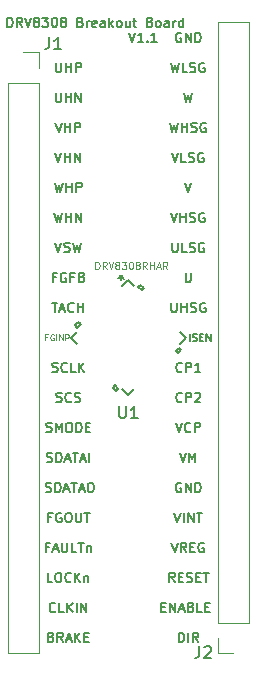
<source format=gto>
G04 #@! TF.GenerationSoftware,KiCad,Pcbnew,(5.0.0)*
G04 #@! TF.CreationDate,2018-10-12T19:52:20-04:00*
G04 #@! TF.ProjectId,DRV8308_BreakoutBoard,445256383330385F427265616B6F7574,rev?*
G04 #@! TF.SameCoordinates,Original*
G04 #@! TF.FileFunction,Legend,Top*
G04 #@! TF.FilePolarity,Positive*
%FSLAX46Y46*%
G04 Gerber Fmt 4.6, Leading zero omitted, Abs format (unit mm)*
G04 Created by KiCad (PCBNEW (5.0.0)) date 10/12/18 19:52:20*
%MOMM*%
%LPD*%
G01*
G04 APERTURE LIST*
%ADD10C,0.200000*%
%ADD11C,0.150000*%
%ADD12C,0.125000*%
%ADD13C,0.152400*%
%ADD14C,0.120000*%
G04 APERTURE END LIST*
D10*
X148640952Y-73221904D02*
X148907619Y-74021904D01*
X149174285Y-73221904D01*
X149860000Y-74021904D02*
X149402857Y-74021904D01*
X149631428Y-74021904D02*
X149631428Y-73221904D01*
X149555238Y-73336190D01*
X149479047Y-73412380D01*
X149402857Y-73450476D01*
X150202857Y-73945714D02*
X150240952Y-73983809D01*
X150202857Y-74021904D01*
X150164761Y-73983809D01*
X150202857Y-73945714D01*
X150202857Y-74021904D01*
X151002857Y-74021904D02*
X150545714Y-74021904D01*
X150774285Y-74021904D02*
X150774285Y-73221904D01*
X150698095Y-73336190D01*
X150621904Y-73412380D01*
X150545714Y-73450476D01*
X138348380Y-72751904D02*
X138348380Y-71951904D01*
X138538857Y-71951904D01*
X138653142Y-71990000D01*
X138729333Y-72066190D01*
X138767428Y-72142380D01*
X138805523Y-72294761D01*
X138805523Y-72409047D01*
X138767428Y-72561428D01*
X138729333Y-72637619D01*
X138653142Y-72713809D01*
X138538857Y-72751904D01*
X138348380Y-72751904D01*
X139605523Y-72751904D02*
X139338857Y-72370952D01*
X139148380Y-72751904D02*
X139148380Y-71951904D01*
X139453142Y-71951904D01*
X139529333Y-71990000D01*
X139567428Y-72028095D01*
X139605523Y-72104285D01*
X139605523Y-72218571D01*
X139567428Y-72294761D01*
X139529333Y-72332857D01*
X139453142Y-72370952D01*
X139148380Y-72370952D01*
X139834095Y-71951904D02*
X140100761Y-72751904D01*
X140367428Y-71951904D01*
X140748380Y-72294761D02*
X140672190Y-72256666D01*
X140634095Y-72218571D01*
X140595999Y-72142380D01*
X140595999Y-72104285D01*
X140634095Y-72028095D01*
X140672190Y-71990000D01*
X140748380Y-71951904D01*
X140900761Y-71951904D01*
X140976952Y-71990000D01*
X141015047Y-72028095D01*
X141053142Y-72104285D01*
X141053142Y-72142380D01*
X141015047Y-72218571D01*
X140976952Y-72256666D01*
X140900761Y-72294761D01*
X140748380Y-72294761D01*
X140672190Y-72332857D01*
X140634095Y-72370952D01*
X140595999Y-72447142D01*
X140595999Y-72599523D01*
X140634095Y-72675714D01*
X140672190Y-72713809D01*
X140748380Y-72751904D01*
X140900761Y-72751904D01*
X140976952Y-72713809D01*
X141015047Y-72675714D01*
X141053142Y-72599523D01*
X141053142Y-72447142D01*
X141015047Y-72370952D01*
X140976952Y-72332857D01*
X140900761Y-72294761D01*
X141319809Y-71951904D02*
X141815047Y-71951904D01*
X141548380Y-72256666D01*
X141662666Y-72256666D01*
X141738857Y-72294761D01*
X141776952Y-72332857D01*
X141815047Y-72409047D01*
X141815047Y-72599523D01*
X141776952Y-72675714D01*
X141738857Y-72713809D01*
X141662666Y-72751904D01*
X141434095Y-72751904D01*
X141357904Y-72713809D01*
X141319809Y-72675714D01*
X142310285Y-71951904D02*
X142386476Y-71951904D01*
X142462666Y-71990000D01*
X142500761Y-72028095D01*
X142538857Y-72104285D01*
X142576952Y-72256666D01*
X142576952Y-72447142D01*
X142538857Y-72599523D01*
X142500761Y-72675714D01*
X142462666Y-72713809D01*
X142386476Y-72751904D01*
X142310285Y-72751904D01*
X142234095Y-72713809D01*
X142195999Y-72675714D01*
X142157904Y-72599523D01*
X142119809Y-72447142D01*
X142119809Y-72256666D01*
X142157904Y-72104285D01*
X142195999Y-72028095D01*
X142234095Y-71990000D01*
X142310285Y-71951904D01*
X143034095Y-72294761D02*
X142957904Y-72256666D01*
X142919809Y-72218571D01*
X142881714Y-72142380D01*
X142881714Y-72104285D01*
X142919809Y-72028095D01*
X142957904Y-71990000D01*
X143034095Y-71951904D01*
X143186476Y-71951904D01*
X143262666Y-71990000D01*
X143300761Y-72028095D01*
X143338857Y-72104285D01*
X143338857Y-72142380D01*
X143300761Y-72218571D01*
X143262666Y-72256666D01*
X143186476Y-72294761D01*
X143034095Y-72294761D01*
X142957904Y-72332857D01*
X142919809Y-72370952D01*
X142881714Y-72447142D01*
X142881714Y-72599523D01*
X142919809Y-72675714D01*
X142957904Y-72713809D01*
X143034095Y-72751904D01*
X143186476Y-72751904D01*
X143262666Y-72713809D01*
X143300761Y-72675714D01*
X143338857Y-72599523D01*
X143338857Y-72447142D01*
X143300761Y-72370952D01*
X143262666Y-72332857D01*
X143186476Y-72294761D01*
X144557904Y-72332857D02*
X144672190Y-72370952D01*
X144710285Y-72409047D01*
X144748380Y-72485238D01*
X144748380Y-72599523D01*
X144710285Y-72675714D01*
X144672190Y-72713809D01*
X144596000Y-72751904D01*
X144291238Y-72751904D01*
X144291238Y-71951904D01*
X144557904Y-71951904D01*
X144634095Y-71990000D01*
X144672190Y-72028095D01*
X144710285Y-72104285D01*
X144710285Y-72180476D01*
X144672190Y-72256666D01*
X144634095Y-72294761D01*
X144557904Y-72332857D01*
X144291238Y-72332857D01*
X145091238Y-72751904D02*
X145091238Y-72218571D01*
X145091238Y-72370952D02*
X145129333Y-72294761D01*
X145167428Y-72256666D01*
X145243619Y-72218571D01*
X145319809Y-72218571D01*
X145891238Y-72713809D02*
X145815047Y-72751904D01*
X145662666Y-72751904D01*
X145586476Y-72713809D01*
X145548380Y-72637619D01*
X145548380Y-72332857D01*
X145586476Y-72256666D01*
X145662666Y-72218571D01*
X145815047Y-72218571D01*
X145891238Y-72256666D01*
X145929333Y-72332857D01*
X145929333Y-72409047D01*
X145548380Y-72485238D01*
X146615047Y-72751904D02*
X146615047Y-72332857D01*
X146576952Y-72256666D01*
X146500761Y-72218571D01*
X146348380Y-72218571D01*
X146272190Y-72256666D01*
X146615047Y-72713809D02*
X146538857Y-72751904D01*
X146348380Y-72751904D01*
X146272190Y-72713809D01*
X146234095Y-72637619D01*
X146234095Y-72561428D01*
X146272190Y-72485238D01*
X146348380Y-72447142D01*
X146538857Y-72447142D01*
X146615047Y-72409047D01*
X146996000Y-72751904D02*
X146996000Y-71951904D01*
X147072190Y-72447142D02*
X147300761Y-72751904D01*
X147300761Y-72218571D02*
X146996000Y-72523333D01*
X147757904Y-72751904D02*
X147681714Y-72713809D01*
X147643619Y-72675714D01*
X147605523Y-72599523D01*
X147605523Y-72370952D01*
X147643619Y-72294761D01*
X147681714Y-72256666D01*
X147757904Y-72218571D01*
X147872190Y-72218571D01*
X147948380Y-72256666D01*
X147986476Y-72294761D01*
X148024571Y-72370952D01*
X148024571Y-72599523D01*
X147986476Y-72675714D01*
X147948380Y-72713809D01*
X147872190Y-72751904D01*
X147757904Y-72751904D01*
X148710285Y-72218571D02*
X148710285Y-72751904D01*
X148367428Y-72218571D02*
X148367428Y-72637619D01*
X148405523Y-72713809D01*
X148481714Y-72751904D01*
X148596000Y-72751904D01*
X148672190Y-72713809D01*
X148710285Y-72675714D01*
X148976952Y-72218571D02*
X149281714Y-72218571D01*
X149091238Y-71951904D02*
X149091238Y-72637619D01*
X149129333Y-72713809D01*
X149205523Y-72751904D01*
X149281714Y-72751904D01*
X150424571Y-72332857D02*
X150538857Y-72370952D01*
X150576952Y-72409047D01*
X150615047Y-72485238D01*
X150615047Y-72599523D01*
X150576952Y-72675714D01*
X150538857Y-72713809D01*
X150462666Y-72751904D01*
X150157904Y-72751904D01*
X150157904Y-71951904D01*
X150424571Y-71951904D01*
X150500761Y-71990000D01*
X150538857Y-72028095D01*
X150576952Y-72104285D01*
X150576952Y-72180476D01*
X150538857Y-72256666D01*
X150500761Y-72294761D01*
X150424571Y-72332857D01*
X150157904Y-72332857D01*
X151072190Y-72751904D02*
X150996000Y-72713809D01*
X150957904Y-72675714D01*
X150919809Y-72599523D01*
X150919809Y-72370952D01*
X150957904Y-72294761D01*
X150996000Y-72256666D01*
X151072190Y-72218571D01*
X151186476Y-72218571D01*
X151262666Y-72256666D01*
X151300761Y-72294761D01*
X151338857Y-72370952D01*
X151338857Y-72599523D01*
X151300761Y-72675714D01*
X151262666Y-72713809D01*
X151186476Y-72751904D01*
X151072190Y-72751904D01*
X152024571Y-72751904D02*
X152024571Y-72332857D01*
X151986476Y-72256666D01*
X151910285Y-72218571D01*
X151757904Y-72218571D01*
X151681714Y-72256666D01*
X152024571Y-72713809D02*
X151948380Y-72751904D01*
X151757904Y-72751904D01*
X151681714Y-72713809D01*
X151643619Y-72637619D01*
X151643619Y-72561428D01*
X151681714Y-72485238D01*
X151757904Y-72447142D01*
X151948380Y-72447142D01*
X152024571Y-72409047D01*
X152405523Y-72751904D02*
X152405523Y-72218571D01*
X152405523Y-72370952D02*
X152443619Y-72294761D01*
X152481714Y-72256666D01*
X152557904Y-72218571D01*
X152634095Y-72218571D01*
X153243619Y-72751904D02*
X153243619Y-71951904D01*
X153243619Y-72713809D02*
X153167428Y-72751904D01*
X153015047Y-72751904D01*
X152938857Y-72713809D01*
X152900761Y-72675714D01*
X152862666Y-72599523D01*
X152862666Y-72370952D01*
X152900761Y-72294761D01*
X152938857Y-72256666D01*
X153015047Y-72218571D01*
X153167428Y-72218571D01*
X153243619Y-72256666D01*
X153060476Y-73260000D02*
X152984285Y-73221904D01*
X152870000Y-73221904D01*
X152755714Y-73260000D01*
X152679523Y-73336190D01*
X152641428Y-73412380D01*
X152603333Y-73564761D01*
X152603333Y-73679047D01*
X152641428Y-73831428D01*
X152679523Y-73907619D01*
X152755714Y-73983809D01*
X152870000Y-74021904D01*
X152946190Y-74021904D01*
X153060476Y-73983809D01*
X153098571Y-73945714D01*
X153098571Y-73679047D01*
X152946190Y-73679047D01*
X153441428Y-74021904D02*
X153441428Y-73221904D01*
X153898571Y-74021904D01*
X153898571Y-73221904D01*
X154279523Y-74021904D02*
X154279523Y-73221904D01*
X154470000Y-73221904D01*
X154584285Y-73260000D01*
X154660476Y-73336190D01*
X154698571Y-73412380D01*
X154736666Y-73564761D01*
X154736666Y-73679047D01*
X154698571Y-73831428D01*
X154660476Y-73907619D01*
X154584285Y-73983809D01*
X154470000Y-74021904D01*
X154279523Y-74021904D01*
X152222380Y-75761904D02*
X152412857Y-76561904D01*
X152565238Y-75990476D01*
X152717619Y-76561904D01*
X152908095Y-75761904D01*
X153593809Y-76561904D02*
X153212857Y-76561904D01*
X153212857Y-75761904D01*
X153822380Y-76523809D02*
X153936666Y-76561904D01*
X154127142Y-76561904D01*
X154203333Y-76523809D01*
X154241428Y-76485714D01*
X154279523Y-76409523D01*
X154279523Y-76333333D01*
X154241428Y-76257142D01*
X154203333Y-76219047D01*
X154127142Y-76180952D01*
X153974761Y-76142857D01*
X153898571Y-76104761D01*
X153860476Y-76066666D01*
X153822380Y-75990476D01*
X153822380Y-75914285D01*
X153860476Y-75838095D01*
X153898571Y-75800000D01*
X153974761Y-75761904D01*
X154165238Y-75761904D01*
X154279523Y-75800000D01*
X155041428Y-75800000D02*
X154965238Y-75761904D01*
X154850952Y-75761904D01*
X154736666Y-75800000D01*
X154660476Y-75876190D01*
X154622380Y-75952380D01*
X154584285Y-76104761D01*
X154584285Y-76219047D01*
X154622380Y-76371428D01*
X154660476Y-76447619D01*
X154736666Y-76523809D01*
X154850952Y-76561904D01*
X154927142Y-76561904D01*
X155041428Y-76523809D01*
X155079523Y-76485714D01*
X155079523Y-76219047D01*
X154927142Y-76219047D01*
X153327142Y-78301904D02*
X153517619Y-79101904D01*
X153670000Y-78530476D01*
X153822380Y-79101904D01*
X154012857Y-78301904D01*
X152127142Y-80841904D02*
X152317619Y-81641904D01*
X152470000Y-81070476D01*
X152622380Y-81641904D01*
X152812857Y-80841904D01*
X153117619Y-81641904D02*
X153117619Y-80841904D01*
X153117619Y-81222857D02*
X153574761Y-81222857D01*
X153574761Y-81641904D02*
X153574761Y-80841904D01*
X153917619Y-81603809D02*
X154031904Y-81641904D01*
X154222380Y-81641904D01*
X154298571Y-81603809D01*
X154336666Y-81565714D01*
X154374761Y-81489523D01*
X154374761Y-81413333D01*
X154336666Y-81337142D01*
X154298571Y-81299047D01*
X154222380Y-81260952D01*
X154070000Y-81222857D01*
X153993809Y-81184761D01*
X153955714Y-81146666D01*
X153917619Y-81070476D01*
X153917619Y-80994285D01*
X153955714Y-80918095D01*
X153993809Y-80880000D01*
X154070000Y-80841904D01*
X154260476Y-80841904D01*
X154374761Y-80880000D01*
X155136666Y-80880000D02*
X155060476Y-80841904D01*
X154946190Y-80841904D01*
X154831904Y-80880000D01*
X154755714Y-80956190D01*
X154717619Y-81032380D01*
X154679523Y-81184761D01*
X154679523Y-81299047D01*
X154717619Y-81451428D01*
X154755714Y-81527619D01*
X154831904Y-81603809D01*
X154946190Y-81641904D01*
X155022380Y-81641904D01*
X155136666Y-81603809D01*
X155174761Y-81565714D01*
X155174761Y-81299047D01*
X155022380Y-81299047D01*
X152298571Y-83381904D02*
X152565238Y-84181904D01*
X152831904Y-83381904D01*
X153479523Y-84181904D02*
X153098571Y-84181904D01*
X153098571Y-83381904D01*
X153708095Y-84143809D02*
X153822380Y-84181904D01*
X154012857Y-84181904D01*
X154089047Y-84143809D01*
X154127142Y-84105714D01*
X154165238Y-84029523D01*
X154165238Y-83953333D01*
X154127142Y-83877142D01*
X154089047Y-83839047D01*
X154012857Y-83800952D01*
X153860476Y-83762857D01*
X153784285Y-83724761D01*
X153746190Y-83686666D01*
X153708095Y-83610476D01*
X153708095Y-83534285D01*
X153746190Y-83458095D01*
X153784285Y-83420000D01*
X153860476Y-83381904D01*
X154050952Y-83381904D01*
X154165238Y-83420000D01*
X154927142Y-83420000D02*
X154850952Y-83381904D01*
X154736666Y-83381904D01*
X154622380Y-83420000D01*
X154546190Y-83496190D01*
X154508095Y-83572380D01*
X154470000Y-83724761D01*
X154470000Y-83839047D01*
X154508095Y-83991428D01*
X154546190Y-84067619D01*
X154622380Y-84143809D01*
X154736666Y-84181904D01*
X154812857Y-84181904D01*
X154927142Y-84143809D01*
X154965238Y-84105714D01*
X154965238Y-83839047D01*
X154812857Y-83839047D01*
X153403333Y-85921904D02*
X153670000Y-86721904D01*
X153936666Y-85921904D01*
X152203333Y-88461904D02*
X152470000Y-89261904D01*
X152736666Y-88461904D01*
X153003333Y-89261904D02*
X153003333Y-88461904D01*
X153003333Y-88842857D02*
X153460476Y-88842857D01*
X153460476Y-89261904D02*
X153460476Y-88461904D01*
X153803333Y-89223809D02*
X153917619Y-89261904D01*
X154108095Y-89261904D01*
X154184285Y-89223809D01*
X154222380Y-89185714D01*
X154260476Y-89109523D01*
X154260476Y-89033333D01*
X154222380Y-88957142D01*
X154184285Y-88919047D01*
X154108095Y-88880952D01*
X153955714Y-88842857D01*
X153879523Y-88804761D01*
X153841428Y-88766666D01*
X153803333Y-88690476D01*
X153803333Y-88614285D01*
X153841428Y-88538095D01*
X153879523Y-88500000D01*
X153955714Y-88461904D01*
X154146190Y-88461904D01*
X154260476Y-88500000D01*
X155022380Y-88500000D02*
X154946190Y-88461904D01*
X154831904Y-88461904D01*
X154717619Y-88500000D01*
X154641428Y-88576190D01*
X154603333Y-88652380D01*
X154565238Y-88804761D01*
X154565238Y-88919047D01*
X154603333Y-89071428D01*
X154641428Y-89147619D01*
X154717619Y-89223809D01*
X154831904Y-89261904D01*
X154908095Y-89261904D01*
X155022380Y-89223809D01*
X155060476Y-89185714D01*
X155060476Y-88919047D01*
X154908095Y-88919047D01*
X152336666Y-91001904D02*
X152336666Y-91649523D01*
X152374761Y-91725714D01*
X152412857Y-91763809D01*
X152489047Y-91801904D01*
X152641428Y-91801904D01*
X152717619Y-91763809D01*
X152755714Y-91725714D01*
X152793809Y-91649523D01*
X152793809Y-91001904D01*
X153555714Y-91801904D02*
X153174761Y-91801904D01*
X153174761Y-91001904D01*
X153784285Y-91763809D02*
X153898571Y-91801904D01*
X154089047Y-91801904D01*
X154165238Y-91763809D01*
X154203333Y-91725714D01*
X154241428Y-91649523D01*
X154241428Y-91573333D01*
X154203333Y-91497142D01*
X154165238Y-91459047D01*
X154089047Y-91420952D01*
X153936666Y-91382857D01*
X153860476Y-91344761D01*
X153822380Y-91306666D01*
X153784285Y-91230476D01*
X153784285Y-91154285D01*
X153822380Y-91078095D01*
X153860476Y-91040000D01*
X153936666Y-91001904D01*
X154127142Y-91001904D01*
X154241428Y-91040000D01*
X155003333Y-91040000D02*
X154927142Y-91001904D01*
X154812857Y-91001904D01*
X154698571Y-91040000D01*
X154622380Y-91116190D01*
X154584285Y-91192380D01*
X154546190Y-91344761D01*
X154546190Y-91459047D01*
X154584285Y-91611428D01*
X154622380Y-91687619D01*
X154698571Y-91763809D01*
X154812857Y-91801904D01*
X154889047Y-91801904D01*
X155003333Y-91763809D01*
X155041428Y-91725714D01*
X155041428Y-91459047D01*
X154889047Y-91459047D01*
X153441428Y-93541904D02*
X153441428Y-94189523D01*
X153479523Y-94265714D01*
X153517619Y-94303809D01*
X153593809Y-94341904D01*
X153746190Y-94341904D01*
X153822380Y-94303809D01*
X153860476Y-94265714D01*
X153898571Y-94189523D01*
X153898571Y-93541904D01*
X152241428Y-96081904D02*
X152241428Y-96729523D01*
X152279523Y-96805714D01*
X152317619Y-96843809D01*
X152393809Y-96881904D01*
X152546190Y-96881904D01*
X152622380Y-96843809D01*
X152660476Y-96805714D01*
X152698571Y-96729523D01*
X152698571Y-96081904D01*
X153079523Y-96881904D02*
X153079523Y-96081904D01*
X153079523Y-96462857D02*
X153536666Y-96462857D01*
X153536666Y-96881904D02*
X153536666Y-96081904D01*
X153879523Y-96843809D02*
X153993809Y-96881904D01*
X154184285Y-96881904D01*
X154260476Y-96843809D01*
X154298571Y-96805714D01*
X154336666Y-96729523D01*
X154336666Y-96653333D01*
X154298571Y-96577142D01*
X154260476Y-96539047D01*
X154184285Y-96500952D01*
X154031904Y-96462857D01*
X153955714Y-96424761D01*
X153917619Y-96386666D01*
X153879523Y-96310476D01*
X153879523Y-96234285D01*
X153917619Y-96158095D01*
X153955714Y-96120000D01*
X154031904Y-96081904D01*
X154222380Y-96081904D01*
X154336666Y-96120000D01*
X155098571Y-96120000D02*
X155022380Y-96081904D01*
X154908095Y-96081904D01*
X154793809Y-96120000D01*
X154717619Y-96196190D01*
X154679523Y-96272380D01*
X154641428Y-96424761D01*
X154641428Y-96539047D01*
X154679523Y-96691428D01*
X154717619Y-96767619D01*
X154793809Y-96843809D01*
X154908095Y-96881904D01*
X154984285Y-96881904D01*
X155098571Y-96843809D01*
X155136666Y-96805714D01*
X155136666Y-96539047D01*
X154984285Y-96539047D01*
D11*
X153814571Y-99331428D02*
X153814571Y-98731428D01*
X154071714Y-99302857D02*
X154157428Y-99331428D01*
X154300285Y-99331428D01*
X154357428Y-99302857D01*
X154386000Y-99274285D01*
X154414571Y-99217142D01*
X154414571Y-99160000D01*
X154386000Y-99102857D01*
X154357428Y-99074285D01*
X154300285Y-99045714D01*
X154186000Y-99017142D01*
X154128857Y-98988571D01*
X154100285Y-98960000D01*
X154071714Y-98902857D01*
X154071714Y-98845714D01*
X154100285Y-98788571D01*
X154128857Y-98760000D01*
X154186000Y-98731428D01*
X154328857Y-98731428D01*
X154414571Y-98760000D01*
X154671714Y-99017142D02*
X154871714Y-99017142D01*
X154957428Y-99331428D02*
X154671714Y-99331428D01*
X154671714Y-98731428D01*
X154957428Y-98731428D01*
X155214571Y-99331428D02*
X155214571Y-98731428D01*
X155557428Y-99331428D01*
X155557428Y-98731428D01*
D10*
X153136666Y-101885714D02*
X153098571Y-101923809D01*
X152984285Y-101961904D01*
X152908095Y-101961904D01*
X152793809Y-101923809D01*
X152717619Y-101847619D01*
X152679523Y-101771428D01*
X152641428Y-101619047D01*
X152641428Y-101504761D01*
X152679523Y-101352380D01*
X152717619Y-101276190D01*
X152793809Y-101200000D01*
X152908095Y-101161904D01*
X152984285Y-101161904D01*
X153098571Y-101200000D01*
X153136666Y-101238095D01*
X153479523Y-101961904D02*
X153479523Y-101161904D01*
X153784285Y-101161904D01*
X153860476Y-101200000D01*
X153898571Y-101238095D01*
X153936666Y-101314285D01*
X153936666Y-101428571D01*
X153898571Y-101504761D01*
X153860476Y-101542857D01*
X153784285Y-101580952D01*
X153479523Y-101580952D01*
X154698571Y-101961904D02*
X154241428Y-101961904D01*
X154470000Y-101961904D02*
X154470000Y-101161904D01*
X154393809Y-101276190D01*
X154317619Y-101352380D01*
X154241428Y-101390476D01*
X153136666Y-104425714D02*
X153098571Y-104463809D01*
X152984285Y-104501904D01*
X152908095Y-104501904D01*
X152793809Y-104463809D01*
X152717619Y-104387619D01*
X152679523Y-104311428D01*
X152641428Y-104159047D01*
X152641428Y-104044761D01*
X152679523Y-103892380D01*
X152717619Y-103816190D01*
X152793809Y-103740000D01*
X152908095Y-103701904D01*
X152984285Y-103701904D01*
X153098571Y-103740000D01*
X153136666Y-103778095D01*
X153479523Y-104501904D02*
X153479523Y-103701904D01*
X153784285Y-103701904D01*
X153860476Y-103740000D01*
X153898571Y-103778095D01*
X153936666Y-103854285D01*
X153936666Y-103968571D01*
X153898571Y-104044761D01*
X153860476Y-104082857D01*
X153784285Y-104120952D01*
X153479523Y-104120952D01*
X154241428Y-103778095D02*
X154279523Y-103740000D01*
X154355714Y-103701904D01*
X154546190Y-103701904D01*
X154622380Y-103740000D01*
X154660476Y-103778095D01*
X154698571Y-103854285D01*
X154698571Y-103930476D01*
X154660476Y-104044761D01*
X154203333Y-104501904D01*
X154698571Y-104501904D01*
X152603333Y-106241904D02*
X152870000Y-107041904D01*
X153136666Y-106241904D01*
X153860476Y-106965714D02*
X153822380Y-107003809D01*
X153708095Y-107041904D01*
X153631904Y-107041904D01*
X153517619Y-107003809D01*
X153441428Y-106927619D01*
X153403333Y-106851428D01*
X153365238Y-106699047D01*
X153365238Y-106584761D01*
X153403333Y-106432380D01*
X153441428Y-106356190D01*
X153517619Y-106280000D01*
X153631904Y-106241904D01*
X153708095Y-106241904D01*
X153822380Y-106280000D01*
X153860476Y-106318095D01*
X154203333Y-107041904D02*
X154203333Y-106241904D01*
X154508095Y-106241904D01*
X154584285Y-106280000D01*
X154622380Y-106318095D01*
X154660476Y-106394285D01*
X154660476Y-106508571D01*
X154622380Y-106584761D01*
X154584285Y-106622857D01*
X154508095Y-106660952D01*
X154203333Y-106660952D01*
X152946190Y-108781904D02*
X153212857Y-109581904D01*
X153479523Y-108781904D01*
X153746190Y-109581904D02*
X153746190Y-108781904D01*
X154012857Y-109353333D01*
X154279523Y-108781904D01*
X154279523Y-109581904D01*
X153060476Y-111360000D02*
X152984285Y-111321904D01*
X152870000Y-111321904D01*
X152755714Y-111360000D01*
X152679523Y-111436190D01*
X152641428Y-111512380D01*
X152603333Y-111664761D01*
X152603333Y-111779047D01*
X152641428Y-111931428D01*
X152679523Y-112007619D01*
X152755714Y-112083809D01*
X152870000Y-112121904D01*
X152946190Y-112121904D01*
X153060476Y-112083809D01*
X153098571Y-112045714D01*
X153098571Y-111779047D01*
X152946190Y-111779047D01*
X153441428Y-112121904D02*
X153441428Y-111321904D01*
X153898571Y-112121904D01*
X153898571Y-111321904D01*
X154279523Y-112121904D02*
X154279523Y-111321904D01*
X154470000Y-111321904D01*
X154584285Y-111360000D01*
X154660476Y-111436190D01*
X154698571Y-111512380D01*
X154736666Y-111664761D01*
X154736666Y-111779047D01*
X154698571Y-111931428D01*
X154660476Y-112007619D01*
X154584285Y-112083809D01*
X154470000Y-112121904D01*
X154279523Y-112121904D01*
X152489047Y-113861904D02*
X152755714Y-114661904D01*
X153022380Y-113861904D01*
X153289047Y-114661904D02*
X153289047Y-113861904D01*
X153670000Y-114661904D02*
X153670000Y-113861904D01*
X154127142Y-114661904D01*
X154127142Y-113861904D01*
X154393809Y-113861904D02*
X154850952Y-113861904D01*
X154622380Y-114661904D02*
X154622380Y-113861904D01*
X152241428Y-116401904D02*
X152508095Y-117201904D01*
X152774761Y-116401904D01*
X153498571Y-117201904D02*
X153231904Y-116820952D01*
X153041428Y-117201904D02*
X153041428Y-116401904D01*
X153346190Y-116401904D01*
X153422380Y-116440000D01*
X153460476Y-116478095D01*
X153498571Y-116554285D01*
X153498571Y-116668571D01*
X153460476Y-116744761D01*
X153422380Y-116782857D01*
X153346190Y-116820952D01*
X153041428Y-116820952D01*
X153841428Y-116782857D02*
X154108095Y-116782857D01*
X154222380Y-117201904D02*
X153841428Y-117201904D01*
X153841428Y-116401904D01*
X154222380Y-116401904D01*
X154984285Y-116440000D02*
X154908095Y-116401904D01*
X154793809Y-116401904D01*
X154679523Y-116440000D01*
X154603333Y-116516190D01*
X154565238Y-116592380D01*
X154527142Y-116744761D01*
X154527142Y-116859047D01*
X154565238Y-117011428D01*
X154603333Y-117087619D01*
X154679523Y-117163809D01*
X154793809Y-117201904D01*
X154870000Y-117201904D01*
X154984285Y-117163809D01*
X155022380Y-117125714D01*
X155022380Y-116859047D01*
X154870000Y-116859047D01*
X152508095Y-119741904D02*
X152241428Y-119360952D01*
X152050952Y-119741904D02*
X152050952Y-118941904D01*
X152355714Y-118941904D01*
X152431904Y-118980000D01*
X152470000Y-119018095D01*
X152508095Y-119094285D01*
X152508095Y-119208571D01*
X152470000Y-119284761D01*
X152431904Y-119322857D01*
X152355714Y-119360952D01*
X152050952Y-119360952D01*
X152850952Y-119322857D02*
X153117619Y-119322857D01*
X153231904Y-119741904D02*
X152850952Y-119741904D01*
X152850952Y-118941904D01*
X153231904Y-118941904D01*
X153536666Y-119703809D02*
X153650952Y-119741904D01*
X153841428Y-119741904D01*
X153917619Y-119703809D01*
X153955714Y-119665714D01*
X153993809Y-119589523D01*
X153993809Y-119513333D01*
X153955714Y-119437142D01*
X153917619Y-119399047D01*
X153841428Y-119360952D01*
X153689047Y-119322857D01*
X153612857Y-119284761D01*
X153574761Y-119246666D01*
X153536666Y-119170476D01*
X153536666Y-119094285D01*
X153574761Y-119018095D01*
X153612857Y-118980000D01*
X153689047Y-118941904D01*
X153879523Y-118941904D01*
X153993809Y-118980000D01*
X154336666Y-119322857D02*
X154603333Y-119322857D01*
X154717619Y-119741904D02*
X154336666Y-119741904D01*
X154336666Y-118941904D01*
X154717619Y-118941904D01*
X154946190Y-118941904D02*
X155403333Y-118941904D01*
X155174761Y-119741904D02*
X155174761Y-118941904D01*
X151396952Y-121862857D02*
X151663619Y-121862857D01*
X151777904Y-122281904D02*
X151396952Y-122281904D01*
X151396952Y-121481904D01*
X151777904Y-121481904D01*
X152120761Y-122281904D02*
X152120761Y-121481904D01*
X152577904Y-122281904D01*
X152577904Y-121481904D01*
X152920761Y-122053333D02*
X153301714Y-122053333D01*
X152844571Y-122281904D02*
X153111238Y-121481904D01*
X153377904Y-122281904D01*
X153911238Y-121862857D02*
X154025523Y-121900952D01*
X154063619Y-121939047D01*
X154101714Y-122015238D01*
X154101714Y-122129523D01*
X154063619Y-122205714D01*
X154025523Y-122243809D01*
X153949333Y-122281904D01*
X153644571Y-122281904D01*
X153644571Y-121481904D01*
X153911238Y-121481904D01*
X153987428Y-121520000D01*
X154025523Y-121558095D01*
X154063619Y-121634285D01*
X154063619Y-121710476D01*
X154025523Y-121786666D01*
X153987428Y-121824761D01*
X153911238Y-121862857D01*
X153644571Y-121862857D01*
X154825523Y-122281904D02*
X154444571Y-122281904D01*
X154444571Y-121481904D01*
X155092190Y-121862857D02*
X155358857Y-121862857D01*
X155473142Y-122281904D02*
X155092190Y-122281904D01*
X155092190Y-121481904D01*
X155473142Y-121481904D01*
X152870000Y-124821904D02*
X152870000Y-124021904D01*
X153060476Y-124021904D01*
X153174761Y-124060000D01*
X153250952Y-124136190D01*
X153289047Y-124212380D01*
X153327142Y-124364761D01*
X153327142Y-124479047D01*
X153289047Y-124631428D01*
X153250952Y-124707619D01*
X153174761Y-124783809D01*
X153060476Y-124821904D01*
X152870000Y-124821904D01*
X153670000Y-124821904D02*
X153670000Y-124021904D01*
X154508095Y-124821904D02*
X154241428Y-124440952D01*
X154050952Y-124821904D02*
X154050952Y-124021904D01*
X154355714Y-124021904D01*
X154431904Y-124060000D01*
X154470000Y-124098095D01*
X154508095Y-124174285D01*
X154508095Y-124288571D01*
X154470000Y-124364761D01*
X154431904Y-124402857D01*
X154355714Y-124440952D01*
X154050952Y-124440952D01*
X142062380Y-124402857D02*
X142176666Y-124440952D01*
X142214761Y-124479047D01*
X142252857Y-124555238D01*
X142252857Y-124669523D01*
X142214761Y-124745714D01*
X142176666Y-124783809D01*
X142100476Y-124821904D01*
X141795714Y-124821904D01*
X141795714Y-124021904D01*
X142062380Y-124021904D01*
X142138571Y-124060000D01*
X142176666Y-124098095D01*
X142214761Y-124174285D01*
X142214761Y-124250476D01*
X142176666Y-124326666D01*
X142138571Y-124364761D01*
X142062380Y-124402857D01*
X141795714Y-124402857D01*
X143052857Y-124821904D02*
X142786190Y-124440952D01*
X142595714Y-124821904D02*
X142595714Y-124021904D01*
X142900476Y-124021904D01*
X142976666Y-124060000D01*
X143014761Y-124098095D01*
X143052857Y-124174285D01*
X143052857Y-124288571D01*
X143014761Y-124364761D01*
X142976666Y-124402857D01*
X142900476Y-124440952D01*
X142595714Y-124440952D01*
X143357619Y-124593333D02*
X143738571Y-124593333D01*
X143281428Y-124821904D02*
X143548095Y-124021904D01*
X143814761Y-124821904D01*
X144081428Y-124821904D02*
X144081428Y-124021904D01*
X144538571Y-124821904D02*
X144195714Y-124364761D01*
X144538571Y-124021904D02*
X144081428Y-124479047D01*
X144881428Y-124402857D02*
X145148095Y-124402857D01*
X145262380Y-124821904D02*
X144881428Y-124821904D01*
X144881428Y-124021904D01*
X145262380Y-124021904D01*
X142424285Y-122205714D02*
X142386190Y-122243809D01*
X142271904Y-122281904D01*
X142195714Y-122281904D01*
X142081428Y-122243809D01*
X142005238Y-122167619D01*
X141967142Y-122091428D01*
X141929047Y-121939047D01*
X141929047Y-121824761D01*
X141967142Y-121672380D01*
X142005238Y-121596190D01*
X142081428Y-121520000D01*
X142195714Y-121481904D01*
X142271904Y-121481904D01*
X142386190Y-121520000D01*
X142424285Y-121558095D01*
X143148095Y-122281904D02*
X142767142Y-122281904D01*
X142767142Y-121481904D01*
X143414761Y-122281904D02*
X143414761Y-121481904D01*
X143871904Y-122281904D02*
X143529047Y-121824761D01*
X143871904Y-121481904D02*
X143414761Y-121939047D01*
X144214761Y-122281904D02*
X144214761Y-121481904D01*
X144595714Y-122281904D02*
X144595714Y-121481904D01*
X145052857Y-122281904D01*
X145052857Y-121481904D01*
X142176666Y-119741904D02*
X141795714Y-119741904D01*
X141795714Y-118941904D01*
X142595714Y-118941904D02*
X142748095Y-118941904D01*
X142824285Y-118980000D01*
X142900476Y-119056190D01*
X142938571Y-119208571D01*
X142938571Y-119475238D01*
X142900476Y-119627619D01*
X142824285Y-119703809D01*
X142748095Y-119741904D01*
X142595714Y-119741904D01*
X142519523Y-119703809D01*
X142443333Y-119627619D01*
X142405238Y-119475238D01*
X142405238Y-119208571D01*
X142443333Y-119056190D01*
X142519523Y-118980000D01*
X142595714Y-118941904D01*
X143738571Y-119665714D02*
X143700476Y-119703809D01*
X143586190Y-119741904D01*
X143510000Y-119741904D01*
X143395714Y-119703809D01*
X143319523Y-119627619D01*
X143281428Y-119551428D01*
X143243333Y-119399047D01*
X143243333Y-119284761D01*
X143281428Y-119132380D01*
X143319523Y-119056190D01*
X143395714Y-118980000D01*
X143510000Y-118941904D01*
X143586190Y-118941904D01*
X143700476Y-118980000D01*
X143738571Y-119018095D01*
X144081428Y-119741904D02*
X144081428Y-118941904D01*
X144538571Y-119741904D02*
X144195714Y-119284761D01*
X144538571Y-118941904D02*
X144081428Y-119399047D01*
X144881428Y-119208571D02*
X144881428Y-119741904D01*
X144881428Y-119284761D02*
X144919523Y-119246666D01*
X144995714Y-119208571D01*
X145110000Y-119208571D01*
X145186190Y-119246666D01*
X145224285Y-119322857D01*
X145224285Y-119741904D01*
X141871904Y-116782857D02*
X141605238Y-116782857D01*
X141605238Y-117201904D02*
X141605238Y-116401904D01*
X141986190Y-116401904D01*
X142252857Y-116973333D02*
X142633809Y-116973333D01*
X142176666Y-117201904D02*
X142443333Y-116401904D01*
X142710000Y-117201904D01*
X142976666Y-116401904D02*
X142976666Y-117049523D01*
X143014761Y-117125714D01*
X143052857Y-117163809D01*
X143129047Y-117201904D01*
X143281428Y-117201904D01*
X143357619Y-117163809D01*
X143395714Y-117125714D01*
X143433809Y-117049523D01*
X143433809Y-116401904D01*
X144195714Y-117201904D02*
X143814761Y-117201904D01*
X143814761Y-116401904D01*
X144348095Y-116401904D02*
X144805238Y-116401904D01*
X144576666Y-117201904D02*
X144576666Y-116401904D01*
X145071904Y-116668571D02*
X145071904Y-117201904D01*
X145071904Y-116744761D02*
X145110000Y-116706666D01*
X145186190Y-116668571D01*
X145300476Y-116668571D01*
X145376666Y-116706666D01*
X145414761Y-116782857D01*
X145414761Y-117201904D01*
X142081428Y-114242857D02*
X141814761Y-114242857D01*
X141814761Y-114661904D02*
X141814761Y-113861904D01*
X142195714Y-113861904D01*
X142919523Y-113900000D02*
X142843333Y-113861904D01*
X142729047Y-113861904D01*
X142614761Y-113900000D01*
X142538571Y-113976190D01*
X142500476Y-114052380D01*
X142462380Y-114204761D01*
X142462380Y-114319047D01*
X142500476Y-114471428D01*
X142538571Y-114547619D01*
X142614761Y-114623809D01*
X142729047Y-114661904D01*
X142805238Y-114661904D01*
X142919523Y-114623809D01*
X142957619Y-114585714D01*
X142957619Y-114319047D01*
X142805238Y-114319047D01*
X143452857Y-113861904D02*
X143605238Y-113861904D01*
X143681428Y-113900000D01*
X143757619Y-113976190D01*
X143795714Y-114128571D01*
X143795714Y-114395238D01*
X143757619Y-114547619D01*
X143681428Y-114623809D01*
X143605238Y-114661904D01*
X143452857Y-114661904D01*
X143376666Y-114623809D01*
X143300476Y-114547619D01*
X143262380Y-114395238D01*
X143262380Y-114128571D01*
X143300476Y-113976190D01*
X143376666Y-113900000D01*
X143452857Y-113861904D01*
X144138571Y-113861904D02*
X144138571Y-114509523D01*
X144176666Y-114585714D01*
X144214761Y-114623809D01*
X144290952Y-114661904D01*
X144443333Y-114661904D01*
X144519523Y-114623809D01*
X144557619Y-114585714D01*
X144595714Y-114509523D01*
X144595714Y-113861904D01*
X144862380Y-113861904D02*
X145319523Y-113861904D01*
X145090952Y-114661904D02*
X145090952Y-113861904D01*
X141598904Y-112083809D02*
X141713190Y-112121904D01*
X141903666Y-112121904D01*
X141979857Y-112083809D01*
X142017952Y-112045714D01*
X142056047Y-111969523D01*
X142056047Y-111893333D01*
X142017952Y-111817142D01*
X141979857Y-111779047D01*
X141903666Y-111740952D01*
X141751285Y-111702857D01*
X141675095Y-111664761D01*
X141637000Y-111626666D01*
X141598904Y-111550476D01*
X141598904Y-111474285D01*
X141637000Y-111398095D01*
X141675095Y-111360000D01*
X141751285Y-111321904D01*
X141941761Y-111321904D01*
X142056047Y-111360000D01*
X142398904Y-112121904D02*
X142398904Y-111321904D01*
X142589380Y-111321904D01*
X142703666Y-111360000D01*
X142779857Y-111436190D01*
X142817952Y-111512380D01*
X142856047Y-111664761D01*
X142856047Y-111779047D01*
X142817952Y-111931428D01*
X142779857Y-112007619D01*
X142703666Y-112083809D01*
X142589380Y-112121904D01*
X142398904Y-112121904D01*
X143160809Y-111893333D02*
X143541761Y-111893333D01*
X143084619Y-112121904D02*
X143351285Y-111321904D01*
X143617952Y-112121904D01*
X143770333Y-111321904D02*
X144227476Y-111321904D01*
X143998904Y-112121904D02*
X143998904Y-111321904D01*
X144456047Y-111893333D02*
X144837000Y-111893333D01*
X144379857Y-112121904D02*
X144646523Y-111321904D01*
X144913190Y-112121904D01*
X145332238Y-111321904D02*
X145484619Y-111321904D01*
X145560809Y-111360000D01*
X145637000Y-111436190D01*
X145675095Y-111588571D01*
X145675095Y-111855238D01*
X145637000Y-112007619D01*
X145560809Y-112083809D01*
X145484619Y-112121904D01*
X145332238Y-112121904D01*
X145256047Y-112083809D01*
X145179857Y-112007619D01*
X145141761Y-111855238D01*
X145141761Y-111588571D01*
X145179857Y-111436190D01*
X145256047Y-111360000D01*
X145332238Y-111321904D01*
X141700476Y-109543809D02*
X141814761Y-109581904D01*
X142005238Y-109581904D01*
X142081428Y-109543809D01*
X142119523Y-109505714D01*
X142157619Y-109429523D01*
X142157619Y-109353333D01*
X142119523Y-109277142D01*
X142081428Y-109239047D01*
X142005238Y-109200952D01*
X141852857Y-109162857D01*
X141776666Y-109124761D01*
X141738571Y-109086666D01*
X141700476Y-109010476D01*
X141700476Y-108934285D01*
X141738571Y-108858095D01*
X141776666Y-108820000D01*
X141852857Y-108781904D01*
X142043333Y-108781904D01*
X142157619Y-108820000D01*
X142500476Y-109581904D02*
X142500476Y-108781904D01*
X142690952Y-108781904D01*
X142805238Y-108820000D01*
X142881428Y-108896190D01*
X142919523Y-108972380D01*
X142957619Y-109124761D01*
X142957619Y-109239047D01*
X142919523Y-109391428D01*
X142881428Y-109467619D01*
X142805238Y-109543809D01*
X142690952Y-109581904D01*
X142500476Y-109581904D01*
X143262380Y-109353333D02*
X143643333Y-109353333D01*
X143186190Y-109581904D02*
X143452857Y-108781904D01*
X143719523Y-109581904D01*
X143871904Y-108781904D02*
X144329047Y-108781904D01*
X144100476Y-109581904D02*
X144100476Y-108781904D01*
X144557619Y-109353333D02*
X144938571Y-109353333D01*
X144481428Y-109581904D02*
X144748095Y-108781904D01*
X145014761Y-109581904D01*
X145281428Y-109581904D02*
X145281428Y-108781904D01*
X141643333Y-107003809D02*
X141757619Y-107041904D01*
X141948095Y-107041904D01*
X142024285Y-107003809D01*
X142062380Y-106965714D01*
X142100476Y-106889523D01*
X142100476Y-106813333D01*
X142062380Y-106737142D01*
X142024285Y-106699047D01*
X141948095Y-106660952D01*
X141795714Y-106622857D01*
X141719523Y-106584761D01*
X141681428Y-106546666D01*
X141643333Y-106470476D01*
X141643333Y-106394285D01*
X141681428Y-106318095D01*
X141719523Y-106280000D01*
X141795714Y-106241904D01*
X141986190Y-106241904D01*
X142100476Y-106280000D01*
X142443333Y-107041904D02*
X142443333Y-106241904D01*
X142710000Y-106813333D01*
X142976666Y-106241904D01*
X142976666Y-107041904D01*
X143510000Y-106241904D02*
X143662380Y-106241904D01*
X143738571Y-106280000D01*
X143814761Y-106356190D01*
X143852857Y-106508571D01*
X143852857Y-106775238D01*
X143814761Y-106927619D01*
X143738571Y-107003809D01*
X143662380Y-107041904D01*
X143510000Y-107041904D01*
X143433809Y-107003809D01*
X143357619Y-106927619D01*
X143319523Y-106775238D01*
X143319523Y-106508571D01*
X143357619Y-106356190D01*
X143433809Y-106280000D01*
X143510000Y-106241904D01*
X144195714Y-107041904D02*
X144195714Y-106241904D01*
X144386190Y-106241904D01*
X144500476Y-106280000D01*
X144576666Y-106356190D01*
X144614761Y-106432380D01*
X144652857Y-106584761D01*
X144652857Y-106699047D01*
X144614761Y-106851428D01*
X144576666Y-106927619D01*
X144500476Y-107003809D01*
X144386190Y-107041904D01*
X144195714Y-107041904D01*
X144995714Y-106622857D02*
X145262380Y-106622857D01*
X145376666Y-107041904D02*
X144995714Y-107041904D01*
X144995714Y-106241904D01*
X145376666Y-106241904D01*
X142500476Y-104463809D02*
X142614761Y-104501904D01*
X142805238Y-104501904D01*
X142881428Y-104463809D01*
X142919523Y-104425714D01*
X142957619Y-104349523D01*
X142957619Y-104273333D01*
X142919523Y-104197142D01*
X142881428Y-104159047D01*
X142805238Y-104120952D01*
X142652857Y-104082857D01*
X142576666Y-104044761D01*
X142538571Y-104006666D01*
X142500476Y-103930476D01*
X142500476Y-103854285D01*
X142538571Y-103778095D01*
X142576666Y-103740000D01*
X142652857Y-103701904D01*
X142843333Y-103701904D01*
X142957619Y-103740000D01*
X143757619Y-104425714D02*
X143719523Y-104463809D01*
X143605238Y-104501904D01*
X143529047Y-104501904D01*
X143414761Y-104463809D01*
X143338571Y-104387619D01*
X143300476Y-104311428D01*
X143262380Y-104159047D01*
X143262380Y-104044761D01*
X143300476Y-103892380D01*
X143338571Y-103816190D01*
X143414761Y-103740000D01*
X143529047Y-103701904D01*
X143605238Y-103701904D01*
X143719523Y-103740000D01*
X143757619Y-103778095D01*
X144062380Y-104463809D02*
X144176666Y-104501904D01*
X144367142Y-104501904D01*
X144443333Y-104463809D01*
X144481428Y-104425714D01*
X144519523Y-104349523D01*
X144519523Y-104273333D01*
X144481428Y-104197142D01*
X144443333Y-104159047D01*
X144367142Y-104120952D01*
X144214761Y-104082857D01*
X144138571Y-104044761D01*
X144100476Y-104006666D01*
X144062380Y-103930476D01*
X144062380Y-103854285D01*
X144100476Y-103778095D01*
X144138571Y-103740000D01*
X144214761Y-103701904D01*
X144405238Y-103701904D01*
X144519523Y-103740000D01*
X142157619Y-101923809D02*
X142271904Y-101961904D01*
X142462380Y-101961904D01*
X142538571Y-101923809D01*
X142576666Y-101885714D01*
X142614761Y-101809523D01*
X142614761Y-101733333D01*
X142576666Y-101657142D01*
X142538571Y-101619047D01*
X142462380Y-101580952D01*
X142310000Y-101542857D01*
X142233809Y-101504761D01*
X142195714Y-101466666D01*
X142157619Y-101390476D01*
X142157619Y-101314285D01*
X142195714Y-101238095D01*
X142233809Y-101200000D01*
X142310000Y-101161904D01*
X142500476Y-101161904D01*
X142614761Y-101200000D01*
X143414761Y-101885714D02*
X143376666Y-101923809D01*
X143262380Y-101961904D01*
X143186190Y-101961904D01*
X143071904Y-101923809D01*
X142995714Y-101847619D01*
X142957619Y-101771428D01*
X142919523Y-101619047D01*
X142919523Y-101504761D01*
X142957619Y-101352380D01*
X142995714Y-101276190D01*
X143071904Y-101200000D01*
X143186190Y-101161904D01*
X143262380Y-101161904D01*
X143376666Y-101200000D01*
X143414761Y-101238095D01*
X144138571Y-101961904D02*
X143757619Y-101961904D01*
X143757619Y-101161904D01*
X144405238Y-101961904D02*
X144405238Y-101161904D01*
X144862380Y-101961904D02*
X144519523Y-101504761D01*
X144862380Y-101161904D02*
X144405238Y-101619047D01*
D12*
X141747976Y-99024285D02*
X141581309Y-99024285D01*
X141581309Y-99286190D02*
X141581309Y-98786190D01*
X141819404Y-98786190D01*
X142271785Y-98810000D02*
X142224166Y-98786190D01*
X142152738Y-98786190D01*
X142081309Y-98810000D01*
X142033690Y-98857619D01*
X142009880Y-98905238D01*
X141986071Y-99000476D01*
X141986071Y-99071904D01*
X142009880Y-99167142D01*
X142033690Y-99214761D01*
X142081309Y-99262380D01*
X142152738Y-99286190D01*
X142200357Y-99286190D01*
X142271785Y-99262380D01*
X142295595Y-99238571D01*
X142295595Y-99071904D01*
X142200357Y-99071904D01*
X142509880Y-99286190D02*
X142509880Y-98786190D01*
X142747976Y-99286190D02*
X142747976Y-98786190D01*
X143033690Y-99286190D01*
X143033690Y-98786190D01*
X143271785Y-99286190D02*
X143271785Y-98786190D01*
X143462261Y-98786190D01*
X143509880Y-98810000D01*
X143533690Y-98833809D01*
X143557500Y-98881428D01*
X143557500Y-98952857D01*
X143533690Y-99000476D01*
X143509880Y-99024285D01*
X143462261Y-99048095D01*
X143271785Y-99048095D01*
D10*
X142119523Y-96081904D02*
X142576666Y-96081904D01*
X142348095Y-96881904D02*
X142348095Y-96081904D01*
X142805238Y-96653333D02*
X143186190Y-96653333D01*
X142729047Y-96881904D02*
X142995714Y-96081904D01*
X143262380Y-96881904D01*
X143986190Y-96805714D02*
X143948095Y-96843809D01*
X143833809Y-96881904D01*
X143757619Y-96881904D01*
X143643333Y-96843809D01*
X143567142Y-96767619D01*
X143529047Y-96691428D01*
X143490952Y-96539047D01*
X143490952Y-96424761D01*
X143529047Y-96272380D01*
X143567142Y-96196190D01*
X143643333Y-96120000D01*
X143757619Y-96081904D01*
X143833809Y-96081904D01*
X143948095Y-96120000D01*
X143986190Y-96158095D01*
X144329047Y-96881904D02*
X144329047Y-96081904D01*
X144329047Y-96462857D02*
X144786190Y-96462857D01*
X144786190Y-96881904D02*
X144786190Y-96081904D01*
X142481428Y-93922857D02*
X142214761Y-93922857D01*
X142214761Y-94341904D02*
X142214761Y-93541904D01*
X142595714Y-93541904D01*
X143319523Y-93580000D02*
X143243333Y-93541904D01*
X143129047Y-93541904D01*
X143014761Y-93580000D01*
X142938571Y-93656190D01*
X142900476Y-93732380D01*
X142862380Y-93884761D01*
X142862380Y-93999047D01*
X142900476Y-94151428D01*
X142938571Y-94227619D01*
X143014761Y-94303809D01*
X143129047Y-94341904D01*
X143205238Y-94341904D01*
X143319523Y-94303809D01*
X143357619Y-94265714D01*
X143357619Y-93999047D01*
X143205238Y-93999047D01*
X143967142Y-93922857D02*
X143700476Y-93922857D01*
X143700476Y-94341904D02*
X143700476Y-93541904D01*
X144081428Y-93541904D01*
X144652857Y-93922857D02*
X144767142Y-93960952D01*
X144805238Y-93999047D01*
X144843333Y-94075238D01*
X144843333Y-94189523D01*
X144805238Y-94265714D01*
X144767142Y-94303809D01*
X144690952Y-94341904D01*
X144386190Y-94341904D01*
X144386190Y-93541904D01*
X144652857Y-93541904D01*
X144729047Y-93580000D01*
X144767142Y-93618095D01*
X144805238Y-93694285D01*
X144805238Y-93770476D01*
X144767142Y-93846666D01*
X144729047Y-93884761D01*
X144652857Y-93922857D01*
X144386190Y-93922857D01*
X142405238Y-91001904D02*
X142671904Y-91801904D01*
X142938571Y-91001904D01*
X143167142Y-91763809D02*
X143281428Y-91801904D01*
X143471904Y-91801904D01*
X143548095Y-91763809D01*
X143586190Y-91725714D01*
X143624285Y-91649523D01*
X143624285Y-91573333D01*
X143586190Y-91497142D01*
X143548095Y-91459047D01*
X143471904Y-91420952D01*
X143319523Y-91382857D01*
X143243333Y-91344761D01*
X143205238Y-91306666D01*
X143167142Y-91230476D01*
X143167142Y-91154285D01*
X143205238Y-91078095D01*
X143243333Y-91040000D01*
X143319523Y-91001904D01*
X143510000Y-91001904D01*
X143624285Y-91040000D01*
X143890952Y-91001904D02*
X144081428Y-91801904D01*
X144233809Y-91230476D01*
X144386190Y-91801904D01*
X144576666Y-91001904D01*
X142329047Y-88461904D02*
X142519523Y-89261904D01*
X142671904Y-88690476D01*
X142824285Y-89261904D01*
X143014761Y-88461904D01*
X143319523Y-89261904D02*
X143319523Y-88461904D01*
X143319523Y-88842857D02*
X143776666Y-88842857D01*
X143776666Y-89261904D02*
X143776666Y-88461904D01*
X144157619Y-89261904D02*
X144157619Y-88461904D01*
X144614761Y-89261904D01*
X144614761Y-88461904D01*
X142348095Y-85921904D02*
X142538571Y-86721904D01*
X142690952Y-86150476D01*
X142843333Y-86721904D01*
X143033809Y-85921904D01*
X143338571Y-86721904D02*
X143338571Y-85921904D01*
X143338571Y-86302857D02*
X143795714Y-86302857D01*
X143795714Y-86721904D02*
X143795714Y-85921904D01*
X144176666Y-86721904D02*
X144176666Y-85921904D01*
X144481428Y-85921904D01*
X144557619Y-85960000D01*
X144595714Y-85998095D01*
X144633809Y-86074285D01*
X144633809Y-86188571D01*
X144595714Y-86264761D01*
X144557619Y-86302857D01*
X144481428Y-86340952D01*
X144176666Y-86340952D01*
X142405238Y-83381904D02*
X142671904Y-84181904D01*
X142938571Y-83381904D01*
X143205238Y-84181904D02*
X143205238Y-83381904D01*
X143205238Y-83762857D02*
X143662380Y-83762857D01*
X143662380Y-84181904D02*
X143662380Y-83381904D01*
X144043333Y-84181904D02*
X144043333Y-83381904D01*
X144500476Y-84181904D01*
X144500476Y-83381904D01*
X142424285Y-80841904D02*
X142690952Y-81641904D01*
X142957619Y-80841904D01*
X143224285Y-81641904D02*
X143224285Y-80841904D01*
X143224285Y-81222857D02*
X143681428Y-81222857D01*
X143681428Y-81641904D02*
X143681428Y-80841904D01*
X144062380Y-81641904D02*
X144062380Y-80841904D01*
X144367142Y-80841904D01*
X144443333Y-80880000D01*
X144481428Y-80918095D01*
X144519523Y-80994285D01*
X144519523Y-81108571D01*
X144481428Y-81184761D01*
X144443333Y-81222857D01*
X144367142Y-81260952D01*
X144062380Y-81260952D01*
X142443333Y-78301904D02*
X142443333Y-78949523D01*
X142481428Y-79025714D01*
X142519523Y-79063809D01*
X142595714Y-79101904D01*
X142748095Y-79101904D01*
X142824285Y-79063809D01*
X142862380Y-79025714D01*
X142900476Y-78949523D01*
X142900476Y-78301904D01*
X143281428Y-79101904D02*
X143281428Y-78301904D01*
X143281428Y-78682857D02*
X143738571Y-78682857D01*
X143738571Y-79101904D02*
X143738571Y-78301904D01*
X144119523Y-79101904D02*
X144119523Y-78301904D01*
X144576666Y-79101904D01*
X144576666Y-78301904D01*
X142462380Y-75761904D02*
X142462380Y-76409523D01*
X142500476Y-76485714D01*
X142538571Y-76523809D01*
X142614761Y-76561904D01*
X142767142Y-76561904D01*
X142843333Y-76523809D01*
X142881428Y-76485714D01*
X142919523Y-76409523D01*
X142919523Y-75761904D01*
X143300476Y-76561904D02*
X143300476Y-75761904D01*
X143300476Y-76142857D02*
X143757619Y-76142857D01*
X143757619Y-76561904D02*
X143757619Y-75761904D01*
X144138571Y-76561904D02*
X144138571Y-75761904D01*
X144443333Y-75761904D01*
X144519523Y-75800000D01*
X144557619Y-75838095D01*
X144595714Y-75914285D01*
X144595714Y-76028571D01*
X144557619Y-76104761D01*
X144519523Y-76142857D01*
X144443333Y-76180952D01*
X144138571Y-76180952D01*
D13*
G04 #@! TO.C,U1*
X143702478Y-99060000D02*
X144223926Y-99581448D01*
X148590000Y-103947522D02*
X149111849Y-103425673D01*
X153477522Y-99060000D02*
X152956074Y-98538552D01*
X148590000Y-94172478D02*
X148068151Y-94694327D01*
X144224327Y-98538151D02*
X143702478Y-99060000D01*
X148068552Y-103426074D02*
X148590000Y-103947522D01*
X152955673Y-99581849D02*
X153477522Y-99060000D01*
X149111448Y-94693926D02*
X148590000Y-94172478D01*
X144370339Y-97752913D02*
X144100931Y-98022321D01*
X144100931Y-98022321D02*
X144280536Y-98201926D01*
X144280536Y-98201926D02*
X144549944Y-97932518D01*
X144549944Y-97932518D02*
X144370339Y-97752913D01*
X147462918Y-103100456D02*
X147283313Y-103280061D01*
X147283313Y-103280061D02*
X147552721Y-103549469D01*
X147552721Y-103549469D02*
X147732326Y-103369864D01*
X147732326Y-103369864D02*
X147462918Y-103100456D01*
X153079069Y-100097679D02*
X152809661Y-100367087D01*
X152809661Y-100367087D02*
X152630056Y-100187482D01*
X152630056Y-100187482D02*
X152899464Y-99918074D01*
X152899464Y-99918074D02*
X153079069Y-100097679D01*
X149447674Y-94750136D02*
X149627279Y-94570531D01*
X149627279Y-94570531D02*
X149896687Y-94839939D01*
X149896687Y-94839939D02*
X149717082Y-95019544D01*
X149717082Y-95019544D02*
X149447674Y-94750136D01*
D14*
G04 #@! TO.C,J1*
X138370000Y-77470000D02*
X141030000Y-77470000D01*
X138370000Y-77470000D02*
X138370000Y-125790000D01*
X138370000Y-125790000D02*
X141030000Y-125790000D01*
X141030000Y-77470000D02*
X141030000Y-125790000D01*
X141030000Y-74870000D02*
X141030000Y-76200000D01*
X139700000Y-74870000D02*
X141030000Y-74870000D01*
G04 #@! TO.C,J2*
X157480000Y-125790000D02*
X156150000Y-125790000D01*
X156150000Y-125790000D02*
X156150000Y-124460000D01*
X156150000Y-123190000D02*
X156150000Y-72330000D01*
X158810000Y-72330000D02*
X156150000Y-72330000D01*
X158810000Y-123190000D02*
X158810000Y-72330000D01*
X158810000Y-123190000D02*
X156150000Y-123190000D01*
G04 #@! TO.C,U1*
D11*
X147828095Y-104862380D02*
X147828095Y-105671904D01*
X147875714Y-105767142D01*
X147923333Y-105814761D01*
X148018571Y-105862380D01*
X148209047Y-105862380D01*
X148304285Y-105814761D01*
X148351904Y-105767142D01*
X148399523Y-105671904D01*
X148399523Y-104862380D01*
X149399523Y-105862380D02*
X148828095Y-105862380D01*
X149113809Y-105862380D02*
X149113809Y-104862380D01*
X149018571Y-105005238D01*
X148923333Y-105100476D01*
X148828095Y-105148095D01*
D12*
X145815428Y-93235428D02*
X145815428Y-92635428D01*
X145958285Y-92635428D01*
X146044000Y-92664000D01*
X146101142Y-92721142D01*
X146129714Y-92778285D01*
X146158285Y-92892571D01*
X146158285Y-92978285D01*
X146129714Y-93092571D01*
X146101142Y-93149714D01*
X146044000Y-93206857D01*
X145958285Y-93235428D01*
X145815428Y-93235428D01*
X146758285Y-93235428D02*
X146558285Y-92949714D01*
X146415428Y-93235428D02*
X146415428Y-92635428D01*
X146644000Y-92635428D01*
X146701142Y-92664000D01*
X146729714Y-92692571D01*
X146758285Y-92749714D01*
X146758285Y-92835428D01*
X146729714Y-92892571D01*
X146701142Y-92921142D01*
X146644000Y-92949714D01*
X146415428Y-92949714D01*
X146929714Y-92635428D02*
X147129714Y-93235428D01*
X147329714Y-92635428D01*
X147615428Y-92892571D02*
X147558285Y-92864000D01*
X147529714Y-92835428D01*
X147501142Y-92778285D01*
X147501142Y-92749714D01*
X147529714Y-92692571D01*
X147558285Y-92664000D01*
X147615428Y-92635428D01*
X147729714Y-92635428D01*
X147786857Y-92664000D01*
X147815428Y-92692571D01*
X147844000Y-92749714D01*
X147844000Y-92778285D01*
X147815428Y-92835428D01*
X147786857Y-92864000D01*
X147729714Y-92892571D01*
X147615428Y-92892571D01*
X147558285Y-92921142D01*
X147529714Y-92949714D01*
X147501142Y-93006857D01*
X147501142Y-93121142D01*
X147529714Y-93178285D01*
X147558285Y-93206857D01*
X147615428Y-93235428D01*
X147729714Y-93235428D01*
X147786857Y-93206857D01*
X147815428Y-93178285D01*
X147844000Y-93121142D01*
X147844000Y-93006857D01*
X147815428Y-92949714D01*
X147786857Y-92921142D01*
X147729714Y-92892571D01*
X148044000Y-92635428D02*
X148415428Y-92635428D01*
X148215428Y-92864000D01*
X148301142Y-92864000D01*
X148358285Y-92892571D01*
X148386857Y-92921142D01*
X148415428Y-92978285D01*
X148415428Y-93121142D01*
X148386857Y-93178285D01*
X148358285Y-93206857D01*
X148301142Y-93235428D01*
X148129714Y-93235428D01*
X148072571Y-93206857D01*
X148044000Y-93178285D01*
X148786857Y-92635428D02*
X148844000Y-92635428D01*
X148901142Y-92664000D01*
X148929714Y-92692571D01*
X148958285Y-92749714D01*
X148986857Y-92864000D01*
X148986857Y-93006857D01*
X148958285Y-93121142D01*
X148929714Y-93178285D01*
X148901142Y-93206857D01*
X148844000Y-93235428D01*
X148786857Y-93235428D01*
X148729714Y-93206857D01*
X148701142Y-93178285D01*
X148672571Y-93121142D01*
X148644000Y-93006857D01*
X148644000Y-92864000D01*
X148672571Y-92749714D01*
X148701142Y-92692571D01*
X148729714Y-92664000D01*
X148786857Y-92635428D01*
X149329714Y-92892571D02*
X149272571Y-92864000D01*
X149244000Y-92835428D01*
X149215428Y-92778285D01*
X149215428Y-92749714D01*
X149244000Y-92692571D01*
X149272571Y-92664000D01*
X149329714Y-92635428D01*
X149444000Y-92635428D01*
X149501142Y-92664000D01*
X149529714Y-92692571D01*
X149558285Y-92749714D01*
X149558285Y-92778285D01*
X149529714Y-92835428D01*
X149501142Y-92864000D01*
X149444000Y-92892571D01*
X149329714Y-92892571D01*
X149272571Y-92921142D01*
X149244000Y-92949714D01*
X149215428Y-93006857D01*
X149215428Y-93121142D01*
X149244000Y-93178285D01*
X149272571Y-93206857D01*
X149329714Y-93235428D01*
X149444000Y-93235428D01*
X149501142Y-93206857D01*
X149529714Y-93178285D01*
X149558285Y-93121142D01*
X149558285Y-93006857D01*
X149529714Y-92949714D01*
X149501142Y-92921142D01*
X149444000Y-92892571D01*
X150158285Y-93235428D02*
X149958285Y-92949714D01*
X149815428Y-93235428D02*
X149815428Y-92635428D01*
X150044000Y-92635428D01*
X150101142Y-92664000D01*
X150129714Y-92692571D01*
X150158285Y-92749714D01*
X150158285Y-92835428D01*
X150129714Y-92892571D01*
X150101142Y-92921142D01*
X150044000Y-92949714D01*
X149815428Y-92949714D01*
X150415428Y-93235428D02*
X150415428Y-92635428D01*
X150415428Y-92921142D02*
X150758285Y-92921142D01*
X150758285Y-93235428D02*
X150758285Y-92635428D01*
X151015428Y-93064000D02*
X151301142Y-93064000D01*
X150958285Y-93235428D02*
X151158285Y-92635428D01*
X151358285Y-93235428D01*
X151901142Y-93235428D02*
X151701142Y-92949714D01*
X151558285Y-93235428D02*
X151558285Y-92635428D01*
X151786857Y-92635428D01*
X151844000Y-92664000D01*
X151872571Y-92692571D01*
X151901142Y-92749714D01*
X151901142Y-92835428D01*
X151872571Y-92892571D01*
X151844000Y-92921142D01*
X151786857Y-92949714D01*
X151558285Y-92949714D01*
D11*
X148161223Y-93782423D02*
X147992864Y-93950782D01*
X147891849Y-93715080D02*
X147992864Y-93950782D01*
X148228566Y-94051797D01*
X147757162Y-93984454D02*
X147992864Y-93950782D01*
X147959192Y-94186484D01*
G04 #@! TO.C,J1*
X141906666Y-73620380D02*
X141906666Y-74334666D01*
X141859047Y-74477523D01*
X141763809Y-74572761D01*
X141620952Y-74620380D01*
X141525714Y-74620380D01*
X142906666Y-74620380D02*
X142335238Y-74620380D01*
X142620952Y-74620380D02*
X142620952Y-73620380D01*
X142525714Y-73763238D01*
X142430476Y-73858476D01*
X142335238Y-73906095D01*
G04 #@! TO.C,J2*
X154606666Y-125182380D02*
X154606666Y-125896666D01*
X154559047Y-126039523D01*
X154463809Y-126134761D01*
X154320952Y-126182380D01*
X154225714Y-126182380D01*
X155035238Y-125277619D02*
X155082857Y-125230000D01*
X155178095Y-125182380D01*
X155416190Y-125182380D01*
X155511428Y-125230000D01*
X155559047Y-125277619D01*
X155606666Y-125372857D01*
X155606666Y-125468095D01*
X155559047Y-125610952D01*
X154987619Y-126182380D01*
X155606666Y-126182380D01*
G04 #@! TD*
M02*

</source>
